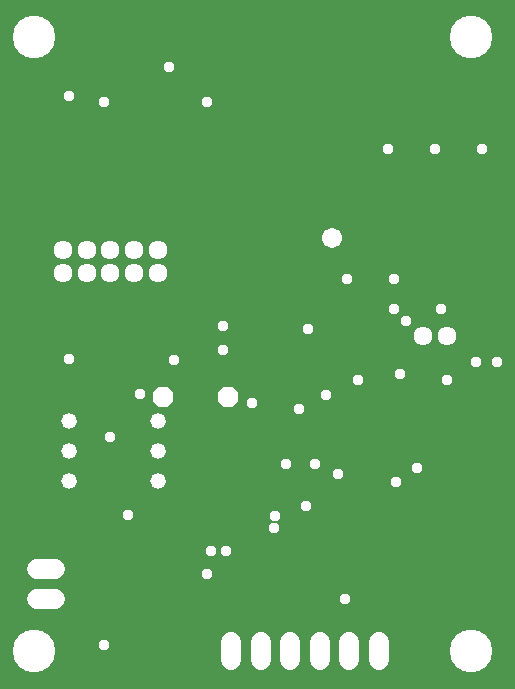
<source format=gbs>
G04 EAGLE Gerber RS-274X export*
G75*
%MOMM*%
%FSLAX34Y34*%
%LPD*%
%INSoldermask Bottom*%
%IPNEG*%
%AMOC8*
5,1,8,0,0,1.08239X$1,22.5*%
G01*
%ADD10C,3.603200*%
%ADD11C,1.320800*%
%ADD12C,1.611200*%
%ADD13C,1.711200*%
%ADD14P,1.843527X8X22.500000*%
%ADD15C,0.959600*%
%ADD16C,1.703200*%


D10*
X40000Y40000D03*
X40000Y560000D03*
X410000Y560000D03*
X410000Y40000D03*
D11*
X145000Y184600D03*
X145000Y210000D03*
X145000Y235400D03*
X70000Y184600D03*
X70000Y210000D03*
X70000Y235400D03*
D12*
X65000Y360000D03*
X65000Y380000D03*
X85000Y360000D03*
X85000Y380000D03*
X105000Y360000D03*
X105000Y380000D03*
X125000Y360000D03*
X125000Y380000D03*
X145000Y360000D03*
X145000Y380000D03*
X370000Y306800D03*
X390000Y306800D03*
D13*
X207300Y47540D02*
X207300Y32460D01*
X232700Y32460D02*
X232700Y47540D01*
X257300Y47540D02*
X257300Y32460D01*
X282700Y32460D02*
X282700Y47540D01*
X307300Y47540D02*
X307300Y32460D01*
X332700Y32460D02*
X332700Y47540D01*
X58140Y109900D02*
X43060Y109900D01*
X43060Y84500D02*
X58140Y84500D01*
D14*
X150000Y255000D03*
X205000Y255000D03*
D15*
X104766Y221080D03*
X385000Y330000D03*
X190000Y125000D03*
X100000Y505000D03*
X225000Y250000D03*
X355000Y320000D03*
X350000Y275000D03*
X297900Y189800D03*
X365000Y195000D03*
X244145Y154812D03*
X69816Y287337D03*
X100000Y45000D03*
X415000Y285000D03*
X200000Y295000D03*
X155000Y535000D03*
X200000Y315000D03*
X340000Y465600D03*
X380000Y465600D03*
X420000Y465600D03*
X70000Y510000D03*
D16*
X292900Y389900D03*
D15*
X305000Y355000D03*
X345000Y355000D03*
X272500Y312500D03*
X304072Y84413D03*
X158760Y286818D03*
X390000Y270000D03*
X345000Y330000D03*
X202900Y124900D03*
X265000Y245000D03*
X315000Y270000D03*
X278100Y198400D03*
X270897Y162999D03*
X346600Y183000D03*
X253900Y198400D03*
X129900Y257700D03*
X120000Y155000D03*
X243378Y144024D03*
X287600Y257100D03*
X186800Y505000D03*
X432500Y285000D03*
X186500Y105700D03*
M02*

</source>
